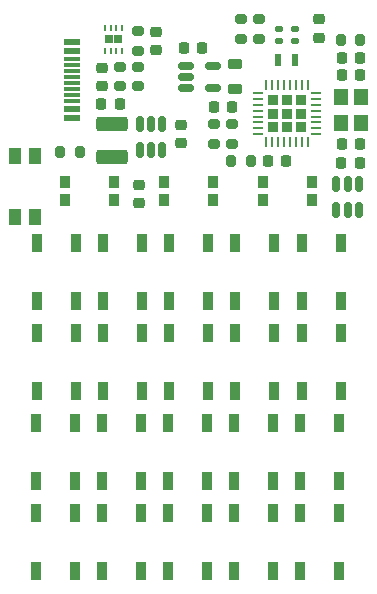
<source format=gbr>
%TF.GenerationSoftware,KiCad,Pcbnew,(6.0.11)*%
%TF.CreationDate,2023-02-01T21:23:02-08:00*%
%TF.ProjectId,Luzy,4c757a79-2e6b-4696-9361-645f70636258,rev?*%
%TF.SameCoordinates,Original*%
%TF.FileFunction,Paste,Top*%
%TF.FilePolarity,Positive*%
%FSLAX46Y46*%
G04 Gerber Fmt 4.6, Leading zero omitted, Abs format (unit mm)*
G04 Created by KiCad (PCBNEW (6.0.11)) date 2023-02-01 21:23:02*
%MOMM*%
%LPD*%
G01*
G04 APERTURE LIST*
G04 Aperture macros list*
%AMRoundRect*
0 Rectangle with rounded corners*
0 $1 Rounding radius*
0 $2 $3 $4 $5 $6 $7 $8 $9 X,Y pos of 4 corners*
0 Add a 4 corners polygon primitive as box body*
4,1,4,$2,$3,$4,$5,$6,$7,$8,$9,$2,$3,0*
0 Add four circle primitives for the rounded corners*
1,1,$1+$1,$2,$3*
1,1,$1+$1,$4,$5*
1,1,$1+$1,$6,$7*
1,1,$1+$1,$8,$9*
0 Add four rect primitives between the rounded corners*
20,1,$1+$1,$2,$3,$4,$5,0*
20,1,$1+$1,$4,$5,$6,$7,0*
20,1,$1+$1,$6,$7,$8,$9,0*
20,1,$1+$1,$8,$9,$2,$3,0*%
G04 Aperture macros list end*
%ADD10RoundRect,0.140000X-0.170000X0.140000X-0.170000X-0.140000X0.170000X-0.140000X0.170000X0.140000X0*%
%ADD11RoundRect,0.225000X-0.250000X0.225000X-0.250000X-0.225000X0.250000X-0.225000X0.250000X0.225000X0*%
%ADD12R,0.900000X1.500000*%
%ADD13R,0.900000X1.000000*%
%ADD14RoundRect,0.150000X-0.512500X-0.150000X0.512500X-0.150000X0.512500X0.150000X-0.512500X0.150000X0*%
%ADD15RoundRect,0.225000X0.250000X-0.225000X0.250000X0.225000X-0.250000X0.225000X-0.250000X-0.225000X0*%
%ADD16RoundRect,0.200000X0.275000X-0.200000X0.275000X0.200000X-0.275000X0.200000X-0.275000X-0.200000X0*%
%ADD17R,1.200000X1.400000*%
%ADD18RoundRect,0.225000X-0.225000X-0.250000X0.225000X-0.250000X0.225000X0.250000X-0.225000X0.250000X0*%
%ADD19RoundRect,0.200000X-0.200000X-0.275000X0.200000X-0.275000X0.200000X0.275000X-0.200000X0.275000X0*%
%ADD20RoundRect,0.200000X-0.275000X0.200000X-0.275000X-0.200000X0.275000X-0.200000X0.275000X0.200000X0*%
%ADD21R,0.600000X1.100000*%
%ADD22RoundRect,0.150000X0.150000X-0.512500X0.150000X0.512500X-0.150000X0.512500X-0.150000X-0.512500X0*%
%ADD23RoundRect,0.232500X-0.232500X0.232500X-0.232500X-0.232500X0.232500X-0.232500X0.232500X0.232500X0*%
%ADD24RoundRect,0.062500X-0.062500X0.375000X-0.062500X-0.375000X0.062500X-0.375000X0.062500X0.375000X0*%
%ADD25RoundRect,0.062500X-0.375000X0.062500X-0.375000X-0.062500X0.375000X-0.062500X0.375000X0.062500X0*%
%ADD26R,1.000000X1.450000*%
%ADD27R,1.450000X0.600000*%
%ADD28R,1.450000X0.300000*%
%ADD29RoundRect,0.150000X-0.150000X0.512500X-0.150000X-0.512500X0.150000X-0.512500X0.150000X0.512500X0*%
%ADD30RoundRect,0.225000X0.225000X0.250000X-0.225000X0.250000X-0.225000X-0.250000X0.225000X-0.250000X0*%
%ADD31R,0.650000X0.750000*%
%ADD32R,0.250000X0.500000*%
%ADD33RoundRect,0.218750X-0.381250X0.218750X-0.381250X-0.218750X0.381250X-0.218750X0.381250X0.218750X0*%
%ADD34RoundRect,0.250000X-1.075000X0.375000X-1.075000X-0.375000X1.075000X-0.375000X1.075000X0.375000X0*%
G04 APERTURE END LIST*
D10*
%TO.C,C8*%
X157607000Y-48034000D03*
X157607000Y-48994000D03*
%TD*%
%TO.C,C7*%
X159004000Y-48034000D03*
X159004000Y-48994000D03*
%TD*%
D11*
%TO.C,C1*%
X142621000Y-51273000D03*
X142621000Y-52823000D03*
%TD*%
D12*
%TO.C,D3*%
X151612991Y-66130000D03*
X148312991Y-66130000D03*
X148312991Y-71030000D03*
X151612991Y-71030000D03*
%TD*%
%TO.C,D20*%
X162686000Y-88990000D03*
X159386000Y-88990000D03*
X159386000Y-93890000D03*
X162686000Y-93890000D03*
%TD*%
D13*
%TO.C,SW1*%
X152037000Y-60922000D03*
X147937000Y-60922000D03*
X147937000Y-62522000D03*
X152037000Y-62522000D03*
%TD*%
D14*
%TO.C,U2*%
X149789300Y-51094600D03*
X149789300Y-52044600D03*
X149789300Y-52994600D03*
X152064300Y-52994600D03*
X152064300Y-51094600D03*
%TD*%
D12*
%TO.C,D9*%
X157200991Y-73750000D03*
X153900991Y-73750000D03*
X153900991Y-78650000D03*
X157200991Y-78650000D03*
%TD*%
D11*
%TO.C,C14*%
X161036000Y-47180200D03*
X161036000Y-48730200D03*
%TD*%
D15*
%TO.C,C2*%
X147193000Y-49797000D03*
X147193000Y-48247000D03*
%TD*%
D16*
%TO.C,R3*%
X145669000Y-49825000D03*
X145669000Y-48175000D03*
%TD*%
D12*
%TO.C,D11*%
X140402680Y-81370000D03*
X137102680Y-81370000D03*
X137102680Y-86270000D03*
X140402680Y-86270000D03*
%TD*%
D17*
%TO.C,Y2*%
X162890200Y-53771800D03*
X162890200Y-55971800D03*
X164590200Y-55971800D03*
X164590200Y-53771800D03*
%TD*%
D12*
%TO.C,D5*%
X162876500Y-66130000D03*
X159576500Y-66130000D03*
X159576500Y-71030000D03*
X162876500Y-71030000D03*
%TD*%
D18*
%TO.C,C12*%
X162928000Y-59309000D03*
X164478000Y-59309000D03*
%TD*%
D11*
%TO.C,C15*%
X145796000Y-61201000D03*
X145796000Y-62751000D03*
%TD*%
D19*
%TO.C,R9*%
X139129000Y-58420000D03*
X140779000Y-58420000D03*
%TD*%
D12*
%TO.C,D12*%
X145990680Y-81370000D03*
X142690680Y-81370000D03*
X142690680Y-86270000D03*
X145990680Y-86270000D03*
%TD*%
%TO.C,D8*%
X151612991Y-73750000D03*
X148312991Y-73750000D03*
X148312991Y-78650000D03*
X151612991Y-78650000D03*
%TD*%
%TO.C,D1*%
X140436991Y-66130000D03*
X137136991Y-66130000D03*
X137136991Y-71030000D03*
X140436991Y-71030000D03*
%TD*%
D20*
%TO.C,R1*%
X144145000Y-51212000D03*
X144145000Y-52862000D03*
%TD*%
D18*
%TO.C,C5*%
X149593000Y-49570600D03*
X151143000Y-49570600D03*
%TD*%
D12*
%TO.C,D15*%
X162754680Y-81370000D03*
X159454680Y-81370000D03*
X159454680Y-86270000D03*
X162754680Y-86270000D03*
%TD*%
%TO.C,D14*%
X157166680Y-81370000D03*
X153866680Y-81370000D03*
X153866680Y-86270000D03*
X157166680Y-86270000D03*
%TD*%
%TO.C,D19*%
X157098000Y-88990000D03*
X153798000Y-88990000D03*
X153798000Y-93890000D03*
X157098000Y-93890000D03*
%TD*%
D21*
%TO.C,Y1*%
X157561000Y-50589000D03*
X158961000Y-50589000D03*
%TD*%
D22*
%TO.C,U1*%
X145862000Y-58287500D03*
X146812000Y-58287500D03*
X147762000Y-58287500D03*
X147762000Y-56012500D03*
X146812000Y-56012500D03*
X145862000Y-56012500D03*
%TD*%
D23*
%TO.C,U3*%
X159468200Y-54011800D03*
X157168200Y-54011800D03*
X159468200Y-55161800D03*
X158318200Y-55161800D03*
X157168200Y-55161800D03*
X158318200Y-54011800D03*
X159468200Y-56311800D03*
X158318200Y-56311800D03*
X157168200Y-56311800D03*
D24*
X160068200Y-52724300D03*
X159568200Y-52724300D03*
X159068200Y-52724300D03*
X158568200Y-52724300D03*
X158068200Y-52724300D03*
X157568200Y-52724300D03*
X157068200Y-52724300D03*
X156568200Y-52724300D03*
D25*
X155880700Y-53411800D03*
X155880700Y-53911800D03*
X155880700Y-54411800D03*
X155880700Y-54911800D03*
X155880700Y-55411800D03*
X155880700Y-55911800D03*
X155880700Y-56411800D03*
X155880700Y-56911800D03*
D24*
X156568200Y-57599300D03*
X157068200Y-57599300D03*
X157568200Y-57599300D03*
X158068200Y-57599300D03*
X158568200Y-57599300D03*
X159068200Y-57599300D03*
X159568200Y-57599300D03*
X160068200Y-57599300D03*
D25*
X160755700Y-56911800D03*
X160755700Y-56411800D03*
X160755700Y-55911800D03*
X160755700Y-55411800D03*
X160755700Y-54911800D03*
X160755700Y-54411800D03*
X160755700Y-53911800D03*
X160755700Y-53411800D03*
%TD*%
D12*
%TO.C,D4*%
X157200991Y-66130000D03*
X153900991Y-66130000D03*
X153900991Y-71030000D03*
X157200991Y-71030000D03*
%TD*%
%TO.C,D2*%
X146024991Y-66130000D03*
X142724991Y-66130000D03*
X142724991Y-71030000D03*
X146024991Y-71030000D03*
%TD*%
D11*
%TO.C,C4*%
X149352000Y-56121000D03*
X149352000Y-57671000D03*
%TD*%
D26*
%TO.C,SW4*%
X135286000Y-58766000D03*
X135286000Y-63916000D03*
X136986000Y-58766000D03*
X136986000Y-63916000D03*
%TD*%
D12*
%TO.C,D13*%
X151578680Y-81370000D03*
X148278680Y-81370000D03*
X148278680Y-86270000D03*
X151578680Y-86270000D03*
%TD*%
%TO.C,D17*%
X145922000Y-88990000D03*
X142622000Y-88990000D03*
X142622000Y-93890000D03*
X145922000Y-93890000D03*
%TD*%
%TO.C,D7*%
X146024991Y-73750000D03*
X142724991Y-73750000D03*
X142724991Y-78650000D03*
X146024991Y-78650000D03*
%TD*%
D20*
%TO.C,R4*%
X152146000Y-56071000D03*
X152146000Y-57721000D03*
%TD*%
D13*
%TO.C,SW3*%
X160419000Y-60922000D03*
X156319000Y-60922000D03*
X160419000Y-62522000D03*
X156319000Y-62522000D03*
%TD*%
D27*
%TO.C,P1*%
X140137000Y-49074000D03*
X140137000Y-49874000D03*
D28*
X140137000Y-51074000D03*
X140137000Y-52074000D03*
X140137000Y-52574000D03*
X140137000Y-53574000D03*
D27*
X140137000Y-54774000D03*
X140137000Y-55574000D03*
X140137000Y-55574000D03*
X140137000Y-54774000D03*
D28*
X140137000Y-54074000D03*
X140137000Y-53074000D03*
X140137000Y-51574000D03*
X140137000Y-50574000D03*
D27*
X140137000Y-49874000D03*
X140137000Y-49074000D03*
%TD*%
D29*
%TO.C,U4*%
X164399000Y-61092500D03*
X163449000Y-61092500D03*
X162499000Y-61092500D03*
X162499000Y-63367500D03*
X163449000Y-63367500D03*
X164399000Y-63367500D03*
%TD*%
D30*
%TO.C,C6*%
X153683000Y-54610000D03*
X152133000Y-54610000D03*
%TD*%
D31*
%TO.C,U5*%
X143237000Y-48873000D03*
X144037000Y-48873000D03*
D32*
X142887000Y-49823000D03*
X143387000Y-49823000D03*
X143887000Y-49823000D03*
X144387000Y-49823000D03*
X144387000Y-47923000D03*
X143887000Y-47923000D03*
X143387000Y-47923000D03*
X142887000Y-47923000D03*
%TD*%
D30*
%TO.C,C10*%
X164515200Y-51933300D03*
X162965200Y-51933300D03*
%TD*%
D19*
%TO.C,R8*%
X162878000Y-48895000D03*
X164528000Y-48895000D03*
%TD*%
%TO.C,R10*%
X153607000Y-59182000D03*
X155257000Y-59182000D03*
%TD*%
D20*
%TO.C,R2*%
X145669000Y-51212000D03*
X145669000Y-52862000D03*
%TD*%
D12*
%TO.C,D18*%
X151510000Y-88990000D03*
X148210000Y-88990000D03*
X148210000Y-93890000D03*
X151510000Y-93890000D03*
%TD*%
D33*
%TO.C,L2*%
X153898600Y-50982100D03*
X153898600Y-53107100D03*
%TD*%
D20*
%TO.C,R6*%
X154432000Y-47181000D03*
X154432000Y-48831000D03*
%TD*%
D12*
%TO.C,D6*%
X140436991Y-73750000D03*
X137136991Y-73750000D03*
X137136991Y-78650000D03*
X140436991Y-78650000D03*
%TD*%
D30*
%TO.C,C11*%
X158255000Y-59182000D03*
X156705000Y-59182000D03*
%TD*%
D13*
%TO.C,SW2*%
X139555000Y-60922000D03*
X143655000Y-60922000D03*
X143655000Y-62522000D03*
X139555000Y-62522000D03*
%TD*%
D18*
%TO.C,C13*%
X162953400Y-50444400D03*
X164503400Y-50444400D03*
%TD*%
D34*
%TO.C,L1*%
X143510000Y-56004000D03*
X143510000Y-58804000D03*
%TD*%
D30*
%TO.C,C3*%
X144158000Y-54356000D03*
X142608000Y-54356000D03*
%TD*%
D18*
%TO.C,C9*%
X162965200Y-57775300D03*
X164515200Y-57775300D03*
%TD*%
D20*
%TO.C,R5*%
X153670000Y-56071000D03*
X153670000Y-57721000D03*
%TD*%
D12*
%TO.C,D16*%
X140334000Y-88990000D03*
X137034000Y-88990000D03*
X137034000Y-93890000D03*
X140334000Y-93890000D03*
%TD*%
D16*
%TO.C,R7*%
X155956000Y-48831000D03*
X155956000Y-47181000D03*
%TD*%
D12*
%TO.C,D10*%
X162876500Y-73750000D03*
X159576500Y-73750000D03*
X159576500Y-78650000D03*
X162876500Y-78650000D03*
%TD*%
M02*

</source>
